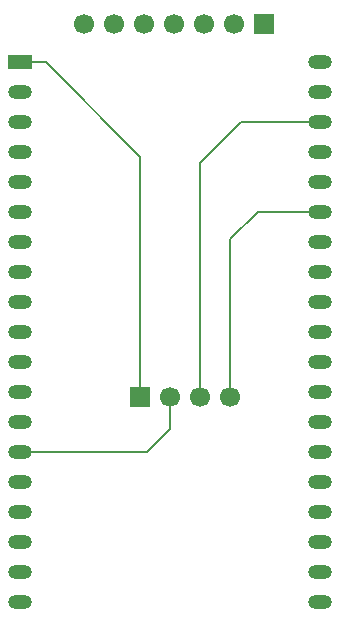
<source format=gbr>
%TF.GenerationSoftware,KiCad,Pcbnew,9.0.6-9.0.6~ubuntu24.04.1*%
%TF.CreationDate,2025-12-05T21:12:46+01:00*%
%TF.ProjectId,pcb,7063622e-6b69-4636-9164-5f7063625858,rev?*%
%TF.SameCoordinates,Original*%
%TF.FileFunction,Copper,L2,Bot*%
%TF.FilePolarity,Positive*%
%FSLAX46Y46*%
G04 Gerber Fmt 4.6, Leading zero omitted, Abs format (unit mm)*
G04 Created by KiCad (PCBNEW 9.0.6-9.0.6~ubuntu24.04.1) date 2025-12-05 21:12:46*
%MOMM*%
%LPD*%
G01*
G04 APERTURE LIST*
%TA.AperFunction,ComponentPad*%
%ADD10R,2.000000X1.200000*%
%TD*%
%TA.AperFunction,ComponentPad*%
%ADD11O,2.000000X1.200000*%
%TD*%
%TA.AperFunction,ComponentPad*%
%ADD12R,1.700000X1.700000*%
%TD*%
%TA.AperFunction,ComponentPad*%
%ADD13C,1.700000*%
%TD*%
%TA.AperFunction,Conductor*%
%ADD14C,0.200000*%
%TD*%
G04 APERTURE END LIST*
D10*
%TO.P,U1,1,3V3*%
%TO.N,Net-(J1-Pin_1)*%
X16000000Y-148680000D03*
D11*
%TO.P,U1,2,CHIP_PU*%
%TO.N,unconnected-(U1-CHIP_PU-Pad2)*%
X16000000Y-151220000D03*
%TO.P,U1,3,SENSOR_VP/GPIO36/ADC1_CH0*%
%TO.N,unconnected-(U1-SENSOR_VP{slash}GPIO36{slash}ADC1_CH0-Pad3)*%
X16000000Y-153760000D03*
%TO.P,U1,4,SENSOR_VN/GPIO39/ADC1_CH3*%
%TO.N,unconnected-(U1-SENSOR_VN{slash}GPIO39{slash}ADC1_CH3-Pad4)*%
X16000000Y-156300000D03*
%TO.P,U1,5,VDET_1/GPIO34/ADC1_CH6*%
%TO.N,unconnected-(U1-VDET_1{slash}GPIO34{slash}ADC1_CH6-Pad5)*%
X16000000Y-158840000D03*
%TO.P,U1,6,VDET_2/GPIO35/ADC1_CH7*%
%TO.N,unconnected-(U1-VDET_2{slash}GPIO35{slash}ADC1_CH7-Pad6)*%
X16000000Y-161380000D03*
%TO.P,U1,7,32K_XP/GPIO32/ADC1_CH4*%
%TO.N,unconnected-(U1-32K_XP{slash}GPIO32{slash}ADC1_CH4-Pad7)*%
X16000000Y-163920000D03*
%TO.P,U1,8,32K_XN/GPIO33/ADC1_CH5*%
%TO.N,unconnected-(U1-32K_XN{slash}GPIO33{slash}ADC1_CH5-Pad8)*%
X16000000Y-166460000D03*
%TO.P,U1,9,DAC_1/ADC2_CH8/GPIO25*%
%TO.N,unconnected-(U1-DAC_1{slash}ADC2_CH8{slash}GPIO25-Pad9)*%
X16000000Y-169000000D03*
%TO.P,U1,10,DAC_2/ADC2_CH9/GPIO26*%
%TO.N,unconnected-(U1-DAC_2{slash}ADC2_CH9{slash}GPIO26-Pad10)*%
X16000000Y-171540000D03*
%TO.P,U1,11,ADC2_CH7/GPIO27*%
%TO.N,unconnected-(U1-ADC2_CH7{slash}GPIO27-Pad11)*%
X16000000Y-174080000D03*
%TO.P,U1,12,MTMS/GPIO14/ADC2_CH6*%
%TO.N,unconnected-(U1-MTMS{slash}GPIO14{slash}ADC2_CH6-Pad12)*%
X16000000Y-176620000D03*
%TO.P,U1,13,MTDI/GPIO12/ADC2_CH5*%
%TO.N,unconnected-(U1-MTDI{slash}GPIO12{slash}ADC2_CH5-Pad13)*%
X16000000Y-179160000D03*
%TO.P,U1,14,GND*%
%TO.N,Net-(J1-Pin_2)*%
X16000000Y-181700000D03*
%TO.P,U1,15,MTCK/GPIO13/ADC2_CH4*%
%TO.N,unconnected-(U1-MTCK{slash}GPIO13{slash}ADC2_CH4-Pad15)*%
X16000000Y-184240000D03*
%TO.P,U1,16,SD_DATA2/GPIO9*%
%TO.N,Net-(J1-Pin_6)*%
X16000000Y-186780000D03*
%TO.P,U1,17,SD_DATA3/GPIO10*%
%TO.N,Net-(J1-Pin_7)*%
X16000000Y-189320000D03*
%TO.P,U1,18,CMD*%
%TO.N,unconnected-(U1-CMD-Pad18)*%
X16000000Y-191860000D03*
%TO.P,U1,19,5V*%
%TO.N,unconnected-(U1-5V-Pad19)*%
X16000000Y-194400000D03*
%TO.P,U1,20,SD_CLK/GPIO6*%
%TO.N,unconnected-(U1-SD_CLK{slash}GPIO6-Pad20)*%
X41396320Y-194397280D03*
%TO.P,U1,21,SD_DATA0/GPIO7*%
%TO.N,unconnected-(U1-SD_DATA0{slash}GPIO7-Pad21)*%
X41396320Y-191857280D03*
%TO.P,U1,22,SD_DATA1/GPIO8*%
%TO.N,unconnected-(U1-SD_DATA1{slash}GPIO8-Pad22)*%
X41400000Y-189320000D03*
%TO.P,U1,23,MTDO/GPIO15/ADC2_CH3*%
%TO.N,unconnected-(U1-MTDO{slash}GPIO15{slash}ADC2_CH3-Pad23)*%
X41400000Y-186780000D03*
%TO.P,U1,24,ADC2_CH2/GPIO2*%
%TO.N,unconnected-(U1-ADC2_CH2{slash}GPIO2-Pad24)*%
X41400000Y-184240000D03*
%TO.P,U1,25,GPIO0/BOOT/ADC2_CH1*%
%TO.N,unconnected-(U1-GPIO0{slash}BOOT{slash}ADC2_CH1-Pad25)*%
X41400000Y-181700000D03*
%TO.P,U1,26,ADC2_CH0/GPIO4*%
%TO.N,unconnected-(U1-ADC2_CH0{slash}GPIO4-Pad26)*%
X41400000Y-179160000D03*
%TO.P,U1,27,GPIO16*%
%TO.N,unconnected-(U1-GPIO16-Pad27)*%
X41400000Y-176620000D03*
%TO.P,U1,28,GPIO17*%
%TO.N,unconnected-(U1-GPIO17-Pad28)*%
X41400000Y-174080000D03*
%TO.P,U1,29,GPIO5*%
%TO.N,Net-(J1-Pin_5)*%
X41400000Y-171540000D03*
%TO.P,U1,30,GPIO18*%
%TO.N,Net-(J1-Pin_4)*%
X41400000Y-169000000D03*
%TO.P,U1,31,GPIO19*%
%TO.N,unconnected-(U1-GPIO19-Pad31)*%
X41400000Y-166460000D03*
%TO.P,U1,32,GND*%
%TO.N,Net-(J1-Pin_2)*%
X41400000Y-163920000D03*
%TO.P,U1,33,GPIO21*%
%TO.N,Net-(J2-Pin_4)*%
X41400000Y-161380000D03*
%TO.P,U1,34,U0RXD/GPIO3*%
%TO.N,unconnected-(U1-U0RXD{slash}GPIO3-Pad34)*%
X41400000Y-158840000D03*
%TO.P,U1,35,U0TXD/GPIO1*%
%TO.N,unconnected-(U1-U0TXD{slash}GPIO1-Pad35)*%
X41400000Y-156300000D03*
%TO.P,U1,36,GPIO22*%
%TO.N,Net-(J2-Pin_3)*%
X41400000Y-153760000D03*
%TO.P,U1,37,GPIO23*%
%TO.N,Net-(J1-Pin_3)*%
X41400000Y-151220000D03*
%TO.P,U1,38,GND*%
%TO.N,Net-(J1-Pin_2)*%
X41400000Y-148680000D03*
%TD*%
D12*
%TO.P,J1,1,Pin_1*%
%TO.N,Net-(J1-Pin_1)*%
X36700000Y-145500000D03*
D13*
%TO.P,J1,2,Pin_2*%
%TO.N,Net-(J1-Pin_2)*%
X34160000Y-145500000D03*
%TO.P,J1,3,Pin_3*%
%TO.N,Net-(J1-Pin_3)*%
X31620000Y-145500000D03*
%TO.P,J1,4,Pin_4*%
%TO.N,Net-(J1-Pin_4)*%
X29080000Y-145500000D03*
%TO.P,J1,5,Pin_5*%
%TO.N,Net-(J1-Pin_5)*%
X26540000Y-145500000D03*
%TO.P,J1,6,Pin_6*%
%TO.N,Net-(J1-Pin_6)*%
X24000000Y-145500000D03*
%TO.P,J1,7,Pin_7*%
%TO.N,Net-(J1-Pin_7)*%
X21460000Y-145500000D03*
%TD*%
D12*
%TO.P,J2,1,Pin_1*%
%TO.N,Net-(J1-Pin_1)*%
X26200000Y-177025000D03*
D13*
%TO.P,J2,2,Pin_2*%
%TO.N,Net-(J1-Pin_2)*%
X28740000Y-177025000D03*
%TO.P,J2,3,Pin_3*%
%TO.N,Net-(J2-Pin_3)*%
X31280000Y-177025000D03*
%TO.P,J2,4,Pin_4*%
%TO.N,Net-(J2-Pin_4)*%
X33820000Y-177025000D03*
%TD*%
D14*
%TO.N,Net-(J1-Pin_2)*%
X28740000Y-179760000D02*
X28740000Y-177025000D01*
X26800000Y-181700000D02*
X28740000Y-179760000D01*
X16000000Y-181700000D02*
X26800000Y-181700000D01*
%TO.N,Net-(J1-Pin_1)*%
X26200000Y-156700000D02*
X18180000Y-148680000D01*
X18180000Y-148680000D02*
X16000000Y-148680000D01*
X26200000Y-177025000D02*
X26200000Y-156700000D01*
%TO.N,Net-(J2-Pin_4)*%
X36120000Y-161380000D02*
X41400000Y-161380000D01*
X33820000Y-177025000D02*
X33820000Y-163680000D01*
X33820000Y-163680000D02*
X36120000Y-161380000D01*
%TO.N,Net-(J2-Pin_3)*%
X31280000Y-157220000D02*
X34740000Y-153760000D01*
X31280000Y-177025000D02*
X31280000Y-157220000D01*
X34740000Y-153760000D02*
X41400000Y-153760000D01*
%TD*%
M02*

</source>
